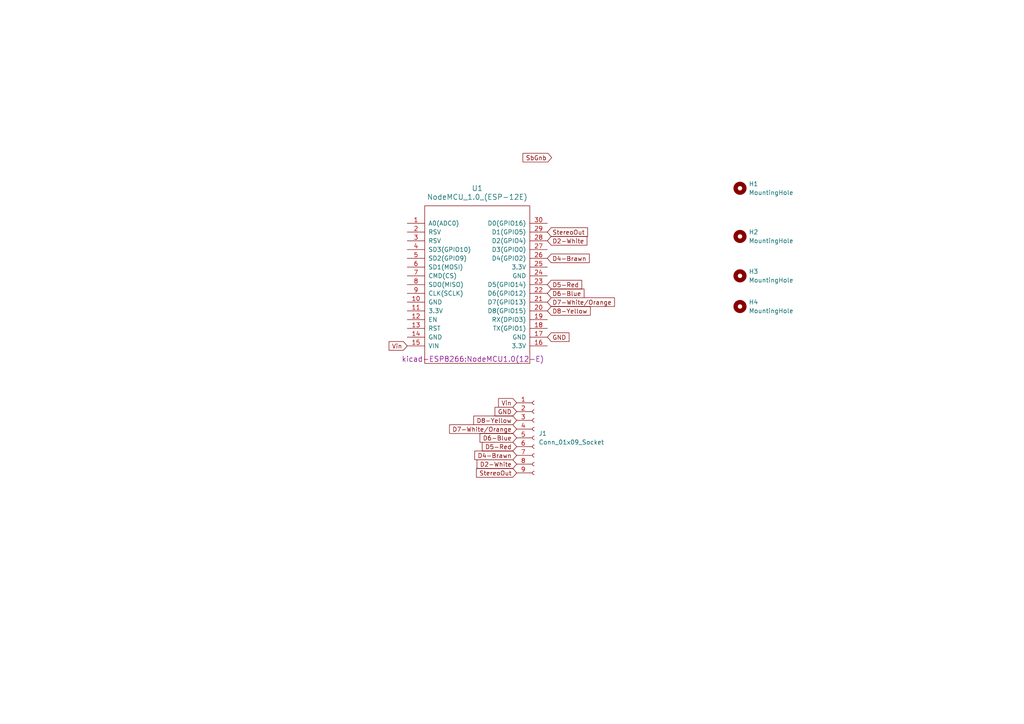
<source format=kicad_sch>
(kicad_sch (version 20230121) (generator eeschema)
  (paper "A4")
  (lib_symbols
    (symbol "Connector:Conn_01x09_Socket" (pin_names (offset 1.016) hide)
      (property "Reference" "J" (at 0 12.7 0))
      (property "Value" "Conn_01x09_Socket" (at 0 -12.7 0))
      (symbol "Conn_01x09_Socket_1_1"
        (arc (start 0 -9.652) (mid -0.5058 -10.16) (end 0 -10.668) (stroke (width 0.1524)))
        (arc (start 0 -7.112) (mid -0.5058 -7.62) (end 0 -8.128) (stroke (width 0.1524)))
        (arc (start 0 -4.572) (mid -0.5058 -5.08) (end 0 -5.588) (stroke (width 0.1524)))
        (arc (start 0 -2.032) (mid -0.5058 -2.54) (end 0 -3.048) (stroke (width 0.1524)))
        (polyline (pts (xy -1.27 -10.16) (xy -0.508 -10.16)) (stroke (width 0.1524)))
        (polyline (pts (xy -1.27 -7.62) (xy -0.508 -7.62)) (stroke (width 0.1524)))
        (polyline (pts (xy -1.27 -5.08) (xy -0.508 -5.08)) (stroke (width 0.1524)))
        (polyline (pts (xy -1.27 -2.54) (xy -0.508 -2.54)) (stroke (width 0.1524)))
        (polyline (pts (xy -1.27 0) (xy -0.508 0)) (stroke (width 0.1524)))
        (polyline (pts (xy -1.27 2.54) (xy -0.508 2.54)) (stroke (width 0.1524)))
        (polyline (pts (xy -1.27 5.08) (xy -0.508 5.08)) (stroke (width 0.1524)))
        (polyline (pts (xy -1.27 7.62) (xy -0.508 7.62)) (stroke (width 0.1524)))
        (polyline (pts (xy -1.27 10.16) (xy -0.508 10.16)) (stroke (width 0.1524)))
        (arc (start 0 0.508) (mid -0.5058 0) (end 0 -0.508) (stroke (width 0.1524)))
        (arc (start 0 3.048) (mid -0.5058 2.54) (end 0 2.032) (stroke (width 0.1524)))
        (arc (start 0 5.588) (mid -0.5058 5.08) (end 0 4.572) (stroke (width 0.1524)))
        (arc (start 0 8.128) (mid -0.5058 7.62) (end 0 7.112) (stroke (width 0.1524)))
        (arc (start 0 10.668) (mid -0.5058 10.16) (end 0 9.652) (stroke (width 0.1524)))
        (pin passive line (at -5.08 10.16 0) (length 3.81) (name "Pin_1") (number "1"))
        (pin passive line (at -5.08 7.62 0) (length 3.81) (name "Pin_2") (number "2"))
        (pin passive line (at -5.08 5.08 0) (length 3.81) (name "Pin_3") (number "3"))
        (pin passive line (at -5.08 2.54 0) (length 3.81) (name "Pin_4") (number "4"))
        (pin passive line (at -5.08 0 0) (length 3.81) (name "Pin_5") (number "5"))
        (pin passive line (at -5.08 -2.54 0) (length 3.81) (name "Pin_6") (number "6"))
        (pin passive line (at -5.08 -5.08 0) (length 3.81) (name "Pin_7") (number "7"))
        (pin passive line (at -5.08 -7.62 0) (length 3.81) (name "Pin_8") (number "8"))
        (pin passive line (at -5.08 -10.16 0) (length 3.81) (name "Pin_9") (number "9"))
      )
    )
    (symbol "ESP8266:NodeMCU_1.0_(ESP-12E)" (pin_names (offset 1.016))
      (property "Reference" "U" (at 0 21.59 0))
      (property "Value" "NodeMCU_1.0_(ESP-12E)" (at 0 -21.59 0))
      (symbol "NodeMCU_1.0_(ESP-12E)_0_1"
        (rectangle (start -15.24 -22.86) (end 15.24 22.86))
      )
      (symbol "NodeMCU_1.0_(ESP-12E)_1_1"
        (pin input line (at -20.32 17.78 0) (length 5.08) (name "A0(ADC0)") (number "1"))
        (pin input line (at -20.32 -5.08 0) (length 5.08) (name "GND") (number "10"))
        (pin power_out line (at -20.32 -7.62 0) (length 5.08) (name "3.3V") (number "11"))
        (pin input line (at -20.32 -10.16 0) (length 5.08) (name "EN") (number "12"))
        (pin input line (at -20.32 -12.7 0) (length 5.08) (name "RST") (number "13"))
        (pin power_in line (at -20.32 -15.24 0) (length 5.08) (name "GND") (number "14"))
        (pin power_in line (at -20.32 -17.78 0) (length 5.08) (name "VIN") (number "15"))
        (pin power_out line (at 20.32 -17.78 180) (length 5.08) (name "3.3V") (number "16"))
        (pin power_in line (at 20.32 -15.24 180) (length 5.08) (name "GND") (number "17"))
        (pin bidirectional line (at 20.32 -12.7 180) (length 5.08) (name "TX(GPIO1)") (number "18"))
        (pin bidirectional line (at 20.32 -10.16 180) (length 5.08) (name "RX(DPIO3)") (number "19"))
        (pin input line (at -20.32 15.24 0) (length 5.08) (name "RSV") (number "2"))
        (pin bidirectional line (at 20.32 -7.62 180) (length 5.08) (name "D8(GPIO15)") (number "20"))
        (pin bidirectional line (at 20.32 -5.08 180) (length 5.08) (name "D7(GPIO13)") (number "21"))
        (pin bidirectional line (at 20.32 -2.54 180) (length 5.08) (name "D6(GPIO12)") (number "22"))
        (pin bidirectional line (at 20.32 0 180) (length 5.08) (name "D5(GPIO14)") (number "23"))
        (pin power_in line (at 20.32 2.54 180) (length 5.08) (name "GND") (number "24"))
        (pin power_out line (at 20.32 5.08 180) (length 5.08) (name "3.3V") (number "25"))
        (pin bidirectional line (at 20.32 7.62 180) (length 5.08) (name "D4(GPIO2)") (number "26"))
        (pin bidirectional line (at 20.32 10.16 180) (length 5.08) (name "D3(GPIO0)") (number "27"))
        (pin bidirectional line (at 20.32 12.7 180) (length 5.08) (name "D2(GPIO4)") (number "28"))
        (pin bidirectional line (at 20.32 15.24 180) (length 5.08) (name "D1(GPIO5)") (number "29"))
        (pin input line (at -20.32 12.7 0) (length 5.08) (name "RSV") (number "3"))
        (pin bidirectional line (at 20.32 17.78 180) (length 5.08) (name "D0(GPIO16)") (number "30"))
        (pin bidirectional line (at -20.32 10.16 0) (length 5.08) (name "SD3(GPIO10)") (number "4"))
        (pin bidirectional line (at -20.32 7.62 0) (length 5.08) (name "SD2(GPIO9)") (number "5"))
        (pin bidirectional line (at -20.32 5.08 0) (length 5.08) (name "SD1(MOSI)") (number "6"))
        (pin bidirectional line (at -20.32 2.54 0) (length 5.08) (name "CMD(CS)") (number "7"))
        (pin bidirectional line (at -20.32 0 0) (length 5.08) (name "SDO(MISO)") (number "8"))
        (pin bidirectional line (at -20.32 -2.54 0) (length 5.08) (name "CLK(SCLK)") (number "9"))
      )
    )
    (symbol "Mechanical:MountingHole" (pin_names (offset 1.016))
      (property "Reference" "H" (at 0 5.08 0))
      (property "Value" "MountingHole" (at 0 3.175 0))
      (symbol "MountingHole_0_1"
        (circle (center 0 0) (radius 1.27) (stroke (width 1.27)))
      )
    )
  )
  (global_label "GND" (shape input) (at 158.75 97.79 0) (property "Intersheetrefs" "${INTERSHEET_REFS}" (effects hide)))
  (global_label "D7-White{slash}Orange" (shape input) (at 158.75 87.63 0) (property "Intersheetrefs" "${INTERSHEET_REFS}" (effects hide)))
  (global_label "D6-Blue" (shape input) (at 149.86 127 180) (property "Intersheetrefs" "${INTERSHEET_REFS}" (effects hide)))
  (global_label "D7-White{slash}Orange" (shape input) (at 149.86 124.46 180) (property "Intersheetrefs" "${INTERSHEET_REFS}" (effects hide)))
  (global_label "D4-Brawn" (shape input) (at 158.75 74.93 0) (property "Intersheetrefs" "${INTERSHEET_REFS}" (effects hide)))
  (global_label "Vin" (shape input) (at 149.86 116.84 180) (property "Intersheetrefs" "${INTERSHEET_REFS}" (effects hide)))
  (global_label "D4-Brawn" (shape input) (at 149.86 132.08 180) (property "Intersheetrefs" "${INTERSHEET_REFS}" (effects hide)))
  (global_label "D5-Red" (shape input) (at 158.75 82.55 0) (property "Intersheetrefs" "${INTERSHEET_REFS}" (effects hide)))
  (global_label "D8-Yellow" (shape input) (at 158.75 90.17 0) (property "Intersheetrefs" "${INTERSHEET_REFS}" (effects hide)))
  (global_label "D6-Blue" (shape input) (at 158.75 85.09 0) (property "Intersheetrefs" "${INTERSHEET_REFS}" (effects hide)))
  (global_label "D2-White" (shape input) (at 158.75 69.85 0) (property "Intersheetrefs" "${INTERSHEET_REFS}" (effects hide)))
  (global_label "D2-White" (shape input) (at 149.86 134.62 180) (property "Intersheetrefs" "${INTERSHEET_REFS}" (effects hide)))
  (global_label "D5-Red" (shape input) (at 149.86 129.54 180) (property "Intersheetrefs" "${INTERSHEET_REFS}" (effects hide)))
  (global_label "GND" (shape input) (at 149.86 119.38 180) (property "Intersheetrefs" "${INTERSHEET_REFS}" (effects hide)))
  (global_label "StereoOut" (shape input) (at 158.75 67.31 0) (property "Intersheetrefs" "${INTERSHEET_REFS}" (effects hide)))
  (global_label "Vin" (shape input) (at 118.11 100.33 180) (property "Intersheetrefs" "${INTERSHEET_REFS}" (effects hide)))
  (global_label "D8-Yellow" (shape input) (at 149.86 121.92 180) (property "Intersheetrefs" "${INTERSHEET_REFS}" (effects hide)))
  (global_label "StereoOut" (shape input) (at 149.86 137.16 180) (property "Intersheetrefs" "${INTERSHEET_REFS}" (effects hide)))
  (global_label "SbGnb" (shape input) (at 160.02 45.72 180) (property "Intersheetrefs" "${INTERSHEET_REFS}" (effects hide)))
  (symbol (lib_id "Connector:Conn_01x09_Socket") (at 154.94 127 0) (unit 1)
    (property "Reference" "J1" (at 156.21 125.73 0) (effects (justify left)))
    (property "Value" "Conn_01x09_Socket" (at 156.21 128.27 0) (effects (justify left)))
    (property "Footprint" "Connector_Harting:Harting_har-flexicon_14110813010xxx_1x08-MP_P2.54mm_Horizontal" (effects hide))
  )
  (symbol (lib_id "Mechanical:MountingHole") (at 214.63 54.61 0) (unit 1)
    (property "Reference" "H1" (at 217.17 53.3399 0) (effects (justify left)))
    (property "Value" "MountingHole" (at 217.17 55.8799 0) (effects (justify left)))
    (property "Footprint" "MountingHole:MountingHole_5.5mm" (effects hide))
  )
  (symbol (lib_id "Mechanical:MountingHole") (at 214.63 80.01 0) (unit 1)
    (property "Reference" "H3" (at 217.17 78.7399 0) (effects (justify left)))
    (property "Value" "MountingHole" (at 217.17 81.2799 0) (effects (justify left)))
    (property "Footprint" "MountingHole:MountingHole_5.5mm" (effects hide))
  )
  (symbol (lib_id "Mechanical:MountingHole") (at 214.63 88.9 0) (unit 1)
    (property "Reference" "H4" (at 217.17 87.6299 0) (effects (justify left)))
    (property "Value" "MountingHole" (at 217.17 90.1699 0) (effects (justify left)))
    (property "Footprint" "MountingHole:MountingHole_5.5mm" (effects hide))
  )
  (symbol (lib_id "ESP8266:NodeMCU_1.0_(ESP-12E)") (at 138.43 82.55 0) (unit 1)
    (property "Reference" "U1" (at 138.43 54.61 0) (effects (font (size 1.524 1.524))))
    (property "Value" "NodeMCU_1.0_(ESP-12E)" (at 138.43 57.15 0) (effects (font (size 1.524 1.524))))
    (property "Footprint" "kicad-ESP8266:NodeMCU1.0(12-E)" (at 137.16 104.14 0) (effects (font (size 1.524 1.524))))
  )
  (symbol (lib_id "Mechanical:MountingHole") (at 214.63 68.58 0) (unit 1)
    (property "Reference" "H2" (at 217.17 67.3099 0) (effects (justify left)))
    (property "Value" "MountingHole" (at 217.17 69.8499 0) (effects (justify left)))
    (property "Footprint" "MountingHole:MountingHole_5.5mm" (effects hide))
  )
)
</source>
